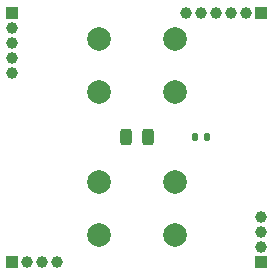
<source format=gts>
%TF.GenerationSoftware,KiCad,Pcbnew,9.0.5-1.fc42*%
%TF.CreationDate,2025-12-03T03:07:17+01:00*%
%TF.ProjectId,Block-Switch-2V,426c6f63-6b2d-4537-9769-7463682d3256,1*%
%TF.SameCoordinates,Original*%
%TF.FileFunction,Soldermask,Top*%
%TF.FilePolarity,Negative*%
%FSLAX46Y46*%
G04 Gerber Fmt 4.6, Leading zero omitted, Abs format (unit mm)*
G04 Created by KiCad (PCBNEW 9.0.5-1.fc42) date 2025-12-03 03:07:17*
%MOMM*%
%LPD*%
G01*
G04 APERTURE LIST*
G04 Aperture macros list*
%AMRoundRect*
0 Rectangle with rounded corners*
0 $1 Rounding radius*
0 $2 $3 $4 $5 $6 $7 $8 $9 X,Y pos of 4 corners*
0 Add a 4 corners polygon primitive as box body*
4,1,4,$2,$3,$4,$5,$6,$7,$8,$9,$2,$3,0*
0 Add four circle primitives for the rounded corners*
1,1,$1+$1,$2,$3*
1,1,$1+$1,$4,$5*
1,1,$1+$1,$6,$7*
1,1,$1+$1,$8,$9*
0 Add four rect primitives between the rounded corners*
20,1,$1+$1,$2,$3,$4,$5,0*
20,1,$1+$1,$4,$5,$6,$7,0*
20,1,$1+$1,$6,$7,$8,$9,0*
20,1,$1+$1,$8,$9,$2,$3,0*%
G04 Aperture macros list end*
%ADD10C,2.000000*%
%ADD11RoundRect,0.135000X0.135000X0.185000X-0.135000X0.185000X-0.135000X-0.185000X0.135000X-0.185000X0*%
%ADD12RoundRect,0.243750X-0.243750X-0.456250X0.243750X-0.456250X0.243750X0.456250X-0.243750X0.456250X0*%
%ADD13R,1.000000X1.000000*%
%ADD14C,1.000000*%
G04 APERTURE END LIST*
D10*
%TO.C,SW1*%
X142315000Y-109882190D03*
X135815000Y-109882190D03*
X142315000Y-105382190D03*
X135815000Y-105382190D03*
%TD*%
%TO.C,SW2*%
X142315000Y-121947810D03*
X135815000Y-121947810D03*
X142315000Y-117447810D03*
X135815000Y-117447810D03*
%TD*%
D11*
%TO.C,R3*%
X144018000Y-113665000D03*
X145038000Y-113665000D03*
%TD*%
D12*
%TO.C,D1*%
X140022500Y-113665000D03*
X138147500Y-113665000D03*
%TD*%
D13*
%TO.C,J4*%
X128525000Y-124205000D03*
D14*
X129795000Y-124205000D03*
X131065000Y-124205000D03*
X132335000Y-124205000D03*
%TD*%
D13*
%TO.C,J2*%
X149605000Y-124205000D03*
D14*
X149605000Y-122935000D03*
X149605000Y-121665000D03*
X149605000Y-120395000D03*
%TD*%
D13*
%TO.C,J1*%
X128525000Y-103125000D03*
D14*
X128525000Y-104395000D03*
X128525000Y-105665000D03*
X128525000Y-106935000D03*
X128525000Y-108205000D03*
%TD*%
D13*
%TO.C,J3*%
X149605000Y-103125000D03*
D14*
X148335000Y-103125000D03*
X147065000Y-103125000D03*
X145795000Y-103125000D03*
X144525000Y-103125000D03*
X143255000Y-103125000D03*
%TD*%
M02*

</source>
